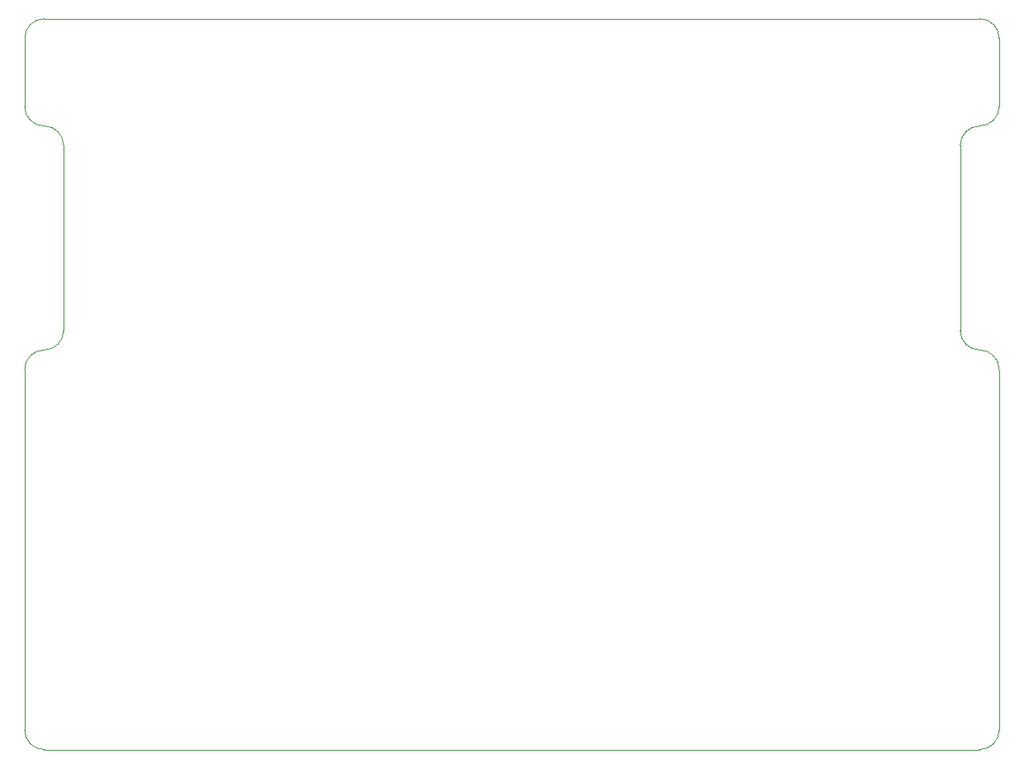
<source format=gbr>
G04 #@! TF.GenerationSoftware,KiCad,Pcbnew,(5.1.4)-1*
G04 #@! TF.CreationDate,2020-11-02T02:16:25+01:00*
G04 #@! TF.ProjectId,FER_ESC_v2r1,4645525f-4553-4435-9f76-3272312e6b69,rev?*
G04 #@! TF.SameCoordinates,Original*
G04 #@! TF.FileFunction,Profile,NP*
%FSLAX46Y46*%
G04 Gerber Fmt 4.6, Leading zero omitted, Abs format (unit mm)*
G04 Created by KiCad (PCBNEW (5.1.4)-1) date 2020-11-02 02:16:25*
%MOMM*%
%LPD*%
G04 APERTURE LIST*
%ADD10C,0.050000*%
G04 APERTURE END LIST*
D10*
X101000000Y-63000000D02*
X101000000Y-70000000D01*
X101000000Y-97000000D02*
G75*
G02X103000000Y-95000000I2000000J0D01*
G01*
X103000000Y-72000000D02*
G75*
G02X101000000Y-70000000I0J2000000D01*
G01*
X105000000Y-93000000D02*
G75*
G02X103000000Y-95000000I-2000000J0D01*
G01*
X103000000Y-72000000D02*
G75*
G02X105000000Y-74000000I0J-2000000D01*
G01*
X105000000Y-74000000D02*
X105000000Y-93000000D01*
X201000000Y-134000000D02*
X201000000Y-97000000D01*
X201000000Y-63000000D02*
X201000000Y-70000000D01*
X201000000Y-70000000D02*
G75*
G02X199000000Y-72000000I-2000000J0D01*
G01*
X197000000Y-93000000D02*
X197000000Y-74000000D01*
X197000000Y-74000000D02*
G75*
G02X199000000Y-72000000I2000000J0D01*
G01*
X199000000Y-95000000D02*
G75*
G02X197000000Y-93000000I0J2000000D01*
G01*
X199000000Y-95000000D02*
G75*
G02X201000000Y-97000000I0J-2000000D01*
G01*
X101000000Y-97000000D02*
X101000000Y-134000000D01*
X103000000Y-136000000D02*
G75*
G02X101000000Y-134000000I0J2000000D01*
G01*
X201000000Y-134000000D02*
G75*
G02X199000000Y-136000000I-2000000J0D01*
G01*
X199000000Y-61000000D02*
G75*
G02X201000000Y-63000000I0J-2000000D01*
G01*
X101000000Y-63000000D02*
G75*
G02X103000000Y-61000000I2000000J0D01*
G01*
X103000000Y-136000000D02*
X199000000Y-136000000D01*
X199000000Y-61000000D02*
X103000000Y-61000000D01*
M02*

</source>
